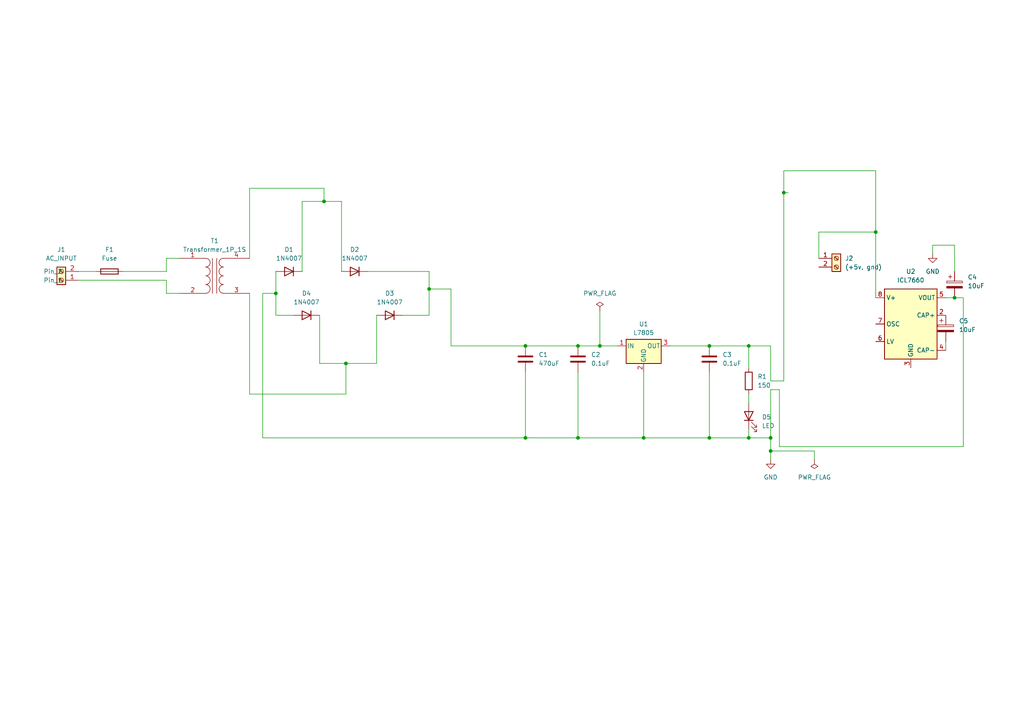
<source format=kicad_sch>
(kicad_sch (version 20250114) (generator "eeschema") (generator_version "9.0")
  (paper "A4")
  (lib_symbols
    (symbol "+3.7v:GND" (power) (pin_numbers (hide yes)) (pin_names (offset 0) (hide yes))
      (property "Value" "GND" (at 0 -3.81 0))
      (symbol "GND_0_1"
        (polyline (pts (xy 0 0) (xy 0 -1.27) (xy 1.27 -1.27) (xy 0 -2.54) (xy -1.27 -1.27) (xy 0 -1.27)))
      )
      (symbol "GND_1_1"
        (pin power_in line (at 0 0 270) (length 0) (name "~") (number "1"))
      )
    )
    (symbol "Connector:Screw_Terminal_01x02" (pin_names (offset 1.016) (hide yes))
      (property "Reference" "J" (at 0 2.54 0))
      (property "Value" "Screw_Terminal_01x02" (at 0 -5.08 0))
      (symbol "Screw_Terminal_01x02_1_1"
        (rectangle (start -1.27 1.27) (end 1.27 -3.81) (stroke (width 0.254)) (fill (type background)))
        (polyline (pts (xy -0.5334 0.3302) (xy 0.3302 -0.508)) (stroke (width 0.1524)))
        (polyline (pts (xy -0.5334 -2.2098) (xy 0.3302 -3.048)) (stroke (width 0.1524)))
        (polyline (pts (xy -0.3556 0.508) (xy 0.508 -0.3302)) (stroke (width 0.1524)))
        (polyline (pts (xy -0.3556 -2.032) (xy 0.508 -2.8702)) (stroke (width 0.1524)))
        (circle (center 0 0) (radius 0.635) (stroke (width 0.1524)))
        (circle (center 0 -2.54) (radius 0.635) (stroke (width 0.1524)))
        (pin passive line (at -5.08 0 0) (length 3.81) (name "Pin_1") (number "1"))
        (pin passive line (at -5.08 -2.54 0) (length 3.81) (name "Pin_2") (number "2"))
      )
    )
    (symbol "Device:C" (pin_numbers (hide yes)) (pin_names (offset 0.254))
      (property "Reference" "C" (at 0.635 2.54 0))
      (property "Value" "C" (at 0.635 -2.54 0))
      (symbol "C_0_1"
        (polyline (pts (xy -2.032 0.762) (xy 2.032 0.762)) (stroke (width 0.508)))
        (polyline (pts (xy -2.032 -0.762) (xy 2.032 -0.762)) (stroke (width 0.508)))
      )
      (symbol "C_1_1"
        (pin passive line (at 0 3.81 270) (length 2.794) (name "~") (number "1"))
        (pin passive line (at 0 -3.81 90) (length 2.794) (name "~") (number "2"))
      )
    )
    (symbol "Device:C_Polarized" (pin_numbers (hide yes)) (pin_names (offset 0.254))
      (property "Reference" "C" (at 0.635 2.54 0))
      (property "Value" "C_Polarized" (at 0.635 -2.54 0))
      (symbol "C_Polarized_0_1"
        (rectangle (start -2.286 0.508) (end 2.286 1.016))
        (polyline (pts (xy -1.778 2.286) (xy -0.762 2.286)))
        (polyline (pts (xy -1.27 2.794) (xy -1.27 1.778)))
        (rectangle (start 2.286 -0.508) (end -2.286 -1.016) (fill (type outline)))
      )
      (symbol "C_Polarized_1_1"
        (pin passive line (at 0 3.81 270) (length 2.794) (name "~") (number "1"))
        (pin passive line (at 0 -3.81 90) (length 2.794) (name "~") (number "2"))
      )
    )
    (symbol "Device:Fuse" (pin_numbers (hide yes)) (pin_names (offset 0))
      (property "Reference" "F" (at 2.032 0 90))
      (property "Value" "Fuse" (at -1.905 0 90))
      (symbol "Fuse_0_1"
        (rectangle (start -0.762 -2.54) (end 0.762 2.54) (stroke (width 0.254)))
        (polyline (pts (xy 0 2.54) (xy 0 -2.54)))
      )
      (symbol "Fuse_1_1"
        (pin passive line (at 0 3.81 270) (length 1.27) (name "~") (number "1"))
        (pin passive line (at 0 -3.81 90) (length 1.27) (name "~") (number "2"))
      )
    )
    (symbol "Device:LED" (pin_numbers (hide yes)) (pin_names (offset 1.016) (hide yes))
      (property "Reference" "D" (at 0 2.54 0))
      (property "Value" "LED" (at 0 -2.54 0))
      (symbol "LED_0_1"
        (polyline (pts (xy -3.048 -0.762) (xy -4.572 -2.286) (xy -3.81 -2.286) (xy -4.572 -2.286) (xy -4.572 -1.524)))
        (polyline (pts (xy -1.778 -0.762) (xy -3.302 -2.286) (xy -2.54 -2.286) (xy -3.302 -2.286) (xy -3.302 -1.524)))
        (polyline (pts (xy -1.27 0) (xy 1.27 0)))
        (polyline (pts (xy -1.27 -1.27) (xy -1.27 1.27)) (stroke (width 0.254)))
        (polyline (pts (xy 1.27 -1.27) (xy 1.27 1.27) (xy -1.27 0) (xy 1.27 -1.27)) (stroke (width 0.254)))
      )
      (symbol "LED_1_1"
        (pin passive line (at -3.81 0 0) (length 2.54) (name "K") (number "1"))
        (pin passive line (at 3.81 0 180) (length 2.54) (name "A") (number "2"))
      )
    )
    (symbol "Device:R" (pin_numbers (hide yes)) (pin_names (offset 0))
      (property "Reference" "R" (at 2.032 0 90))
      (property "Value" "R" (at 0 0 90))
      (symbol "R_0_1"
        (rectangle (start -1.016 -2.54) (end 1.016 2.54) (stroke (width 0.254)))
      )
      (symbol "R_1_1"
        (pin passive line (at 0 3.81 270) (length 1.27) (name "~") (number "1"))
        (pin passive line (at 0 -3.81 90) (length 1.27) (name "~") (number "2"))
      )
    )
    (symbol "Device:Transformer_1P_1S" (pin_names (offset 1.016) (hide yes))
      (property "Reference" "T" (at 0 6.35 0))
      (property "Value" "Transformer_1P_1S" (at 0 -7.62 0))
      (symbol "Transformer_1P_1S_0_1"
        (arc (start -1.27 3.81) (mid -1.656 2.9336) (end -2.54 2.5654))
        (arc (start -1.27 1.27) (mid -1.656 0.3936) (end -2.54 0.0254))
        (arc (start -1.27 -1.27) (mid -1.656 -2.1464) (end -2.54 -2.5146))
        (arc (start -1.27 -3.81) (mid -1.656 -4.6864) (end -2.54 -5.0546))
        (arc (start -2.54 5.08) (mid -1.642 4.708) (end -1.27 3.81))
        (arc (start -2.54 2.54) (mid -1.642 2.168) (end -1.27 1.27))
        (arc (start -2.54 0) (mid -1.642 -0.372) (end -1.27 -1.27))
        (arc (start -2.54 -2.54) (mid -1.642 -2.912) (end -1.27 -3.81))
        (polyline (pts (xy -0.635 5.08) (xy -0.635 -5.08)))
        (polyline (pts (xy 0.635 -5.08) (xy 0.635 5.08)))
        (arc (start 1.2954 3.81) (mid 1.6457 4.7117) (end 2.54 5.08))
        (arc (start 1.2954 1.27) (mid 1.6457 2.1717) (end 2.54 2.54))
        (arc (start 1.2954 -1.27) (mid 1.6457 -0.3683) (end 2.54 0))
        (arc (start 2.54 2.5654) (mid 1.6599 2.9299) (end 1.2954 3.81))
        (arc (start 2.54 0.0254) (mid 1.6599 0.3899) (end 1.2954 1.27))
        (arc (start 2.54 -2.5146) (mid 1.6599 -2.1501) (end 1.2954 -1.27))
        (arc (start 1.3208 -3.81) (mid 1.6711 -2.9085) (end 2.5654 -2.54))
        (arc (start 2.5654 -5.0546) (mid 1.6851 -4.6902) (end 1.3208 -3.81))
      )
      (symbol "Transformer_1P_1S_1_1"
        (pin passive line (at -10.16 5.08 0) (length 7.62) (name "AA") (number "1"))
        (pin passive line (at -10.16 -5.08 0) (length 7.62) (name "AB") (number "2"))
        (pin passive line (at 10.16 5.08 180) (length 7.62) (name "SB") (number "4"))
        (pin passive line (at 10.16 -5.08 180) (length 7.62) (name "SA") (number "3"))
      )
    )
    (symbol "Diode:1N4007" (pin_numbers (hide yes)) (pin_names (hide yes))
      (property "Reference" "D" (at 0 2.54 0))
      (property "Value" "1N4007" (at 0 -2.54 0))
      (symbol "1N4007_0_1"
        (polyline (pts (xy -1.27 1.27) (xy -1.27 -1.27)) (stroke (width 0.254)))
        (polyline (pts (xy 1.27 1.27) (xy 1.27 -1.27) (xy -1.27 0) (xy 1.27 1.27)) (stroke (width 0.254)))
        (polyline (pts (xy 1.27 0) (xy -1.27 0)))
      )
      (symbol "1N4007_1_1"
        (pin passive line (at -3.81 0 0) (length 2.54) (name "K") (number "1"))
        (pin passive line (at 3.81 0 180) (length 2.54) (name "A") (number "2"))
      )
    )
    (symbol "Regulator_Linear:L7805" (pin_names (offset 0.254))
      (property "Reference" "U" (at -3.81 3.175 0))
      (property "Value" "L7805" (at 0 3.175 0))
      (symbol "L7805_0_1"
        (rectangle (start -5.08 1.905) (end 5.08 -5.08) (stroke (width 0.254)) (fill (type background)))
      )
      (symbol "L7805_1_1"
        (pin power_in line (at -7.62 0 0) (length 2.54) (name "IN") (number "1"))
        (pin power_in line (at 0 -7.62 90) (length 2.54) (name "GND") (number "2"))
        (pin power_out line (at 7.62 0 180) (length 2.54) (name "OUT") (number "3"))
      )
    )
    (symbol "Regulator_SwitchedCapacitor:ICL7660"
      (property "Reference" "U" (at -6.35 11.43 0))
      (property "Value" "ICL7660" (at 3.81 11.43 0))
      (symbol "ICL7660_0_1"
        (rectangle (start -7.62 10.16) (end 7.62 -10.16) (stroke (width 0.254)) (fill (type background)))
      )
      (symbol "ICL7660_1_1"
        (pin power_in line (at -10.16 7.62 0) (length 2.54) (name "V+") (number "8"))
        (pin input line (at -10.16 0 0) (length 2.54) (name "OSC") (number "7"))
        (pin input line (at -10.16 -5.08 0) (length 2.54) (name "LV") (number "6"))
        (pin no_connect line (at -7.62 5.08 0) (length 2.54) (hide yes) (name "NC") (number "1"))
        (pin power_in line (at 0 -12.7 90) (length 2.54) (name "GND") (number "3"))
        (pin power_out line (at 10.16 7.62 180) (length 2.54) (name "VOUT") (number "5"))
        (pin input line (at 10.16 2.54 180) (length 2.54) (name "CAP+") (number "2"))
        (pin input line (at 10.16 -7.62 180) (length 2.54) (name "CAP-") (number "4"))
      )
    )
    (symbol "Screw_Terminal_01x02_1" (pin_names (offset 1.016))
      (property "Reference" "J" (at 0 2.54 0))
      (property "Value" "Screw_Terminal_01x02" (at 0 -5.08 0))
      (symbol "Screw_Terminal_01x02_1_1_1"
        (rectangle (start -1.27 1.27) (end 1.27 -3.81) (stroke (width 0.254)) (fill (type background)))
        (polyline (pts (xy -0.5334 0.3302) (xy 0.3302 -0.508)) (stroke (width 0.1524)))
        (polyline (pts (xy -0.5334 -2.2098) (xy 0.3302 -3.048)) (stroke (width 0.1524)))
        (polyline (pts (xy -0.3556 0.508) (xy 0.508 -0.3302)) (stroke (width 0.1524)))
        (polyline (pts (xy -0.3556 -2.032) (xy 0.508 -2.8702)) (stroke (width 0.1524)))
        (circle (center 0 0) (radius 0.635) (stroke (width 0.1524)))
        (circle (center 0 -2.54) (radius 0.635) (stroke (width 0.1524)))
        (pin passive line (at -5.08 0 0) (length 3.81) (name "Pin_1") (number "1"))
        (pin passive line (at -5.08 -2.54 0) (length 3.81) (name "Pin_2") (number "2"))
      )
    )
    (symbol "power:GND" (power) (pin_numbers (hide yes)) (pin_names (offset 0) (hide yes))
      (property "Value" "GND" (at 0 -3.81 0))
      (symbol "GND_0_1"
        (polyline (pts (xy 0 0) (xy 0 -1.27) (xy 1.27 -1.27) (xy 0 -2.54) (xy -1.27 -1.27) (xy 0 -1.27)))
      )
      (symbol "GND_1_1"
        (pin power_in line (at 0 0 270) (length 0) (name "~") (number "1"))
      )
    )
    (symbol "power:PWR_FLAG" (power) (pin_numbers (hide yes)) (pin_names (offset 0) (hide yes))
      (property "Value" "PWR_FLAG" (at 0 3.81 0))
      (symbol "PWR_FLAG_0_0"
        (pin power_out line (at 0 0 90) (length 0) (name "~") (number "1"))
      )
      (symbol "PWR_FLAG_0_1"
        (polyline (pts (xy 0 0) (xy 0 1.27) (xy -1.016 1.905) (xy 0 2.54) (xy 1.016 1.905) (xy 0 1.27)))
      )
    )
  )
  (junction (at 205.74 127))
  (junction (at 217.17 127))
  (junction (at 167.64 100.33))
  (junction (at 93.98 58.42))
  (junction (at 223.52 130.81))
  (junction (at 223.52 127))
  (junction (at 167.64 127))
  (junction (at 152.4 127))
  (junction (at 80.01 85.09))
  (junction (at 186.69 127))
  (junction (at 227.33 55.88))
  (junction (at 152.4 100.33))
  (junction (at 124.46 83.82))
  (junction (at 100.33 105.41))
  (junction (at 205.74 100.33))
  (junction (at 217.17 100.33))
  (junction (at 173.99 100.33))
  (junction (at 254 67.31))
  (junction (at 276.86 86.36))
  (wire (pts (xy 173.99 90.17) (xy 173.99 100.33)))
  (wire (pts (xy 223.52 127) (xy 223.52 130.81)))
  (wire (pts (xy 72.39 85.09) (xy 72.39 114.3)))
  (wire (pts (xy 109.22 105.41) (xy 100.33 105.41)))
  (wire (pts (xy 186.69 127) (xy 205.74 127)))
  (wire (pts (xy 99.06 78.74) (xy 99.06 58.42)))
  (wire (pts (xy 48.26 85.09) (xy 52.07 85.09)))
  (wire (pts (xy 226.06 113.03) (xy 226.06 129.54)))
  (wire (pts (xy 279.4 129.54) (xy 279.4 86.36)))
  (wire (pts (xy 92.71 91.44) (xy 92.71 105.41)))
  (wire (pts (xy 99.06 58.42) (xy 93.98 58.42)))
  (wire (pts (xy 130.81 83.82) (xy 130.81 100.33)))
  (wire (pts (xy 227.33 55.88) (xy 227.33 110.49)))
  (wire (pts (xy 205.74 107.95) (xy 205.74 127)))
  (wire (pts (xy 93.98 54.61) (xy 93.98 58.42)))
  (wire (pts (xy 167.64 127) (xy 186.69 127)))
  (wire (pts (xy 130.81 100.33) (xy 152.4 100.33)))
  (wire (pts (xy 227.33 49.53) (xy 227.33 55.88)))
  (wire (pts (xy 217.17 100.33) (xy 205.74 100.33)))
  (wire (pts (xy 48.26 74.93) (xy 52.07 74.93)))
  (wire (pts (xy 167.64 107.95) (xy 167.64 127)))
  (wire (pts (xy 236.22 130.81) (xy 223.52 130.81)))
  (wire (pts (xy 186.69 107.95) (xy 186.69 127)))
  (wire (pts (xy 254 67.31) (xy 254 49.53)))
  (wire (pts (xy 228.6 55.88) (xy 227.33 55.88)))
  (wire (pts (xy 72.39 114.3) (xy 100.33 114.3)))
  (wire (pts (xy 274.32 99.06) (xy 274.32 101.6)))
  (wire (pts (xy 254 49.53) (xy 227.33 49.53)))
  (wire (pts (xy 237.49 67.31) (xy 254 67.31)))
  (wire (pts (xy 124.46 83.82) (xy 124.46 91.44)))
  (wire (pts (xy 87.63 58.42) (xy 87.63 78.74)))
  (wire (pts (xy 276.86 78.74) (xy 276.86 71.12)))
  (wire (pts (xy 254 86.36) (xy 254 67.31)))
  (wire (pts (xy 35.56 78.74) (xy 48.26 78.74)))
  (wire (pts (xy 106.68 78.74) (xy 124.46 78.74)))
  (wire (pts (xy 223.52 113.03) (xy 226.06 113.03)))
  (wire (pts (xy 223.52 113.03) (xy 223.52 127)))
  (wire (pts (xy 217.17 124.46) (xy 217.17 127)))
  (wire (pts (xy 48.26 81.28) (xy 48.26 85.09)))
  (wire (pts (xy 236.22 133.35) (xy 236.22 130.81)))
  (wire (pts (xy 124.46 91.44) (xy 116.84 91.44)))
  (wire (pts (xy 93.98 58.42) (xy 87.63 58.42)))
  (wire (pts (xy 152.4 107.95) (xy 152.4 127)))
  (wire (pts (xy 274.32 86.36) (xy 276.86 86.36)))
  (wire (pts (xy 217.17 114.3) (xy 217.17 116.84)))
  (wire (pts (xy 80.01 85.09) (xy 76.2 85.09)))
  (wire (pts (xy 173.99 100.33) (xy 179.07 100.33)))
  (wire (pts (xy 152.4 100.33) (xy 167.64 100.33)))
  (wire (pts (xy 223.52 100.33) (xy 217.17 100.33)))
  (wire (pts (xy 194.31 100.33) (xy 205.74 100.33)))
  (wire (pts (xy 80.01 91.44) (xy 85.09 91.44)))
  (wire (pts (xy 48.26 78.74) (xy 48.26 74.93)))
  (wire (pts (xy 80.01 78.74) (xy 80.01 85.09)))
  (wire (pts (xy 124.46 78.74) (xy 124.46 83.82)))
  (wire (pts (xy 152.4 127) (xy 167.64 127)))
  (wire (pts (xy 205.74 127) (xy 217.17 127)))
  (wire (pts (xy 80.01 85.09) (xy 80.01 91.44)))
  (wire (pts (xy 223.52 110.49) (xy 223.52 100.33)))
  (wire (pts (xy 270.51 71.12) (xy 270.51 73.66)))
  (wire (pts (xy 124.46 83.82) (xy 130.81 83.82)))
  (wire (pts (xy 227.33 110.49) (xy 223.52 110.49)))
  (wire (pts (xy 276.86 71.12) (xy 270.51 71.12)))
  (wire (pts (xy 22.86 81.28) (xy 48.26 81.28)))
  (wire (pts (xy 217.17 127) (xy 223.52 127)))
  (wire (pts (xy 109.22 91.44) (xy 109.22 105.41)))
  (wire (pts (xy 72.39 74.93) (xy 72.39 54.61)))
  (wire (pts (xy 167.64 100.33) (xy 173.99 100.33)))
  (wire (pts (xy 76.2 85.09) (xy 76.2 127)))
  (wire (pts (xy 223.52 130.81) (xy 223.52 133.35)))
  (wire (pts (xy 76.2 127) (xy 152.4 127)))
  (wire (pts (xy 237.49 74.93) (xy 237.49 67.31)))
  (wire (pts (xy 276.86 86.36) (xy 279.4 86.36)))
  (wire (pts (xy 100.33 114.3) (xy 100.33 105.41)))
  (wire (pts (xy 100.33 105.41) (xy 92.71 105.41)))
  (wire (pts (xy 72.39 54.61) (xy 93.98 54.61)))
  (wire (pts (xy 22.86 78.74) (xy 27.94 78.74)))
  (wire (pts (xy 217.17 100.33) (xy 217.17 106.68)))
  (wire (pts (xy 226.06 129.54) (xy 279.4 129.54)))
  (symbol (lib_id "Regulator_SwitchedCapacitor:ICL7660") (at 264.16 93.98 0) (unit 1)
    (property "Reference" "U2" (at 264.16 78.74 0))
    (property "Value" "ICL7660" (at 264.16 81.28 0))
    (property "Datasheet" "http://datasheets.maximintegrated.com/en/ds/ICL7660-MAX1044.pdf" (effects (hide yes)))
    (property "Description" "Switched-Capacitor Voltage Converter, 1.5V to 10.0V operating supply voltage, 10mA with a 0.5V output drop, SO-8/DIP-8/µMAX-8/TO-99" (effects (hide yes)))
  )
  (symbol (lib_id "Device:LED") (at 217.17 120.65 90) (unit 1)
    (property "Reference" "D5" (at 220.98 120.9674 90) (effects (justify right)))
    (property "Value" "LED" (at 220.98 123.5074 90) (effects (justify right)))
    (property "Footprint" "LED_THT:LED_D3.0mm" (effects (hide yes)))
    (property "Description" "Light emitting diode" (effects (hide yes)))
    (property "Sim.Pins" "1=K 2=A" (effects (hide yes)))
  )
  (symbol (lib_id "Device:C") (at 152.4 104.14 0) (unit 1)
    (property "Reference" "C1" (at 156.21 102.8699 0) (effects (justify left)))
    (property "Value" "470uF" (at 156.21 105.4099 0) (effects (justify left)))
    (property "Footprint" "Capacitor_THT:CP_Radial_D6.3mm_P2.50mm" (effects (hide yes)))
    (property "Description" "Unpolarized capacitor" (effects (hide yes)))
  )
  (symbol (lib_id "power:PWR_FLAG") (at 173.99 90.17 0) (unit 1)
    (property "Reference" "#FLG01" (effects (hide yes)))
    (property "Value" "PWR_FLAG" (at 173.99 85.09 0))
    (property "Description" "Special symbol for telling ERC where power comes from" (effects (hide yes)))
  )
  (symbol (lib_id "Device:R") (at 217.17 110.49 0) (unit 1)
    (property "Reference" "R1" (at 219.71 109.2199 0) (effects (justify left)))
    (property "Value" "150" (at 219.71 111.7599 0) (effects (justify left)))
    (property "Footprint" "Resistor_THT:R_Axial_DIN0204_L3.6mm_D1.6mm_P1.90mm_Vertical" (effects (hide yes)))
    (property "Description" "Resistor" (effects (hide yes)))
  )
  (symbol (lib_id "Device:C_Polarized") (at 274.32 95.25 0) (unit 1)
    (property "Reference" "C5" (at 278.13 93.0909 0) (effects (justify left)))
    (property "Value" "10uF" (at 278.13 95.6309 0) (effects (justify left)))
    (property "Description" "Polarized capacitor" (effects (hide yes)))
  )
  (symbol (lib_id "Connector:Screw_Terminal_01x02") (at 242.57 74.93 0) (unit 1)
    (property "Reference" "J2" (at 245.11 74.9299 0) (effects (justify left)))
    (property "Value" "(+5v, gnd)" (at 245.11 77.4699 0) (effects (justify left)))
    (property "Footprint" "TerminalBlock:TerminalBlock_MaiXu_MX126-5.0-02P_1x02_P5.00mm" (effects (hide yes)))
    (property "Description" "Generic screw terminal, single row, 01x02, script generated (kicad-library-utils/schlib/autogen/connector/)" (effects (hide yes)))
  )
  (symbol (lib_id "Device:Transformer_1P_1S") (at 62.23 80.01 0) (unit 1)
    (property "Reference" "T1" (at 62.2427 69.85 0))
    (property "Value" "Transformer_1P_1S" (at 62.2427 72.39 0))
    (property "Footprint" "Transformer_THT:Transformer_CHK_EI30-2VA_1xSec" (effects (hide yes)))
    (property "Description" "Transformer, single primary, single secondary" (effects (hide yes)))
  )
  (symbol (lib_id "Diode:1N4007") (at 102.87 78.74 180) (unit 1)
    (property "Reference" "D2" (at 102.87 72.39 0))
    (property "Value" "1N4007" (at 102.87 74.93 0))
    (property "Footprint" "Diode_THT:D_DO-41_SOD81_P10.16mm_Horizontal" (effects (hide yes)))
    (property "Datasheet" "http://www.vishay.com/docs/88503/1n4001.pdf" (effects (hide yes)))
    (property "Description" "1000V 1A General Purpose Rectifier Diode, DO-41" (effects (hide yes)))
    (property "Sim.Device" "D" (effects (hide yes)))
    (property "Sim.Pins" "1=K 2=A" (effects (hide yes)))
  )
  (symbol (lib_id "power:PWR_FLAG") (at 236.22 133.35 180) (unit 1)
    (property "Reference" "#FLG02" (effects (hide yes)))
    (property "Value" "PWR_FLAG" (at 236.22 138.43 0))
    (property "Description" "Special symbol for telling ERC where power comes from" (effects (hide yes)))
  )
  (symbol (lib_id "+3.7v:GND") (at 223.52 133.35 0) (unit 1)
    (property "Reference" "#PWR01" (effects (hide yes)))
    (property "Value" "GND" (at 223.52 138.43 0))
    (property "Description" "Power symbol creates a global label with name \"GND\" , ground" (effects (hide yes)))
  )
  (symbol (lib_name "Screw_Terminal_01x02_1") (lib_id "Connector:Screw_Terminal_01x02") (at 17.78 81.28 180) (unit 1)
    (property "Reference" "J1" (at 17.78 72.39 0))
    (property "Value" "AC_INPUT" (at 17.78 74.93 0))
    (property "Footprint" "TerminalBlock:TerminalBlock_MaiXu_MX126-5.0-02P_1x02_P5.00mm" (effects (hide yes)))
    (property "Description" "Generic screw terminal, single row, 01x02, script generated (kicad-library-utils/schlib/autogen/connector/)" (effects (hide yes)))
  )
  (symbol (lib_id "Regulator_Linear:L7805") (at 186.69 100.33 0) (unit 1)
    (property "Reference" "U1" (at 186.69 93.98 0))
    (property "Value" "L7805" (at 186.69 96.52 0))
    (property "Footprint" "Package_TO_SOT_THT:TO-220-3_Vertical" (effects (hide yes)))
    (property "Datasheet" "http://www.st.com/content/ccc/resource/technical/document/datasheet/41/4f/b3/b0/12/d4/47/88/CD00000444.pdf/files/CD00000444.pdf/jcr:content/translations/en.CD00000444.pdf" (effects (hide yes)))
    (property "Description" "Positive 1.5A 35V Linear Regulator, Fixed Output 5V, TO-220/TO-263/TO-252" (effects (hide yes)))
  )
  (symbol (lib_id "Device:C") (at 205.74 104.14 0) (unit 1)
    (property "Reference" "C3" (at 209.55 102.8699 0) (effects (justify left)))
    (property "Value" "0.1uF" (at 209.55 105.4099 0) (effects (justify left)))
    (property "Footprint" "Capacitor_THT:CP_Radial_D6.3mm_P2.50mm" (effects (hide yes)))
    (property "Description" "Unpolarized capacitor" (effects (hide yes)))
  )
  (symbol (lib_id "Device:Fuse") (at 31.75 78.74 90) (unit 1)
    (property "Reference" "F1" (at 31.75 72.39 90))
    (property "Value" "Fuse" (at 31.75 74.93 90))
    (property "Footprint" "Fuse:Fuseholder_Cylinder-5x20mm_Bulgin_FX0457_Horizontal_Closed" (effects (hide yes)))
    (property "Description" "Fuse" (effects (hide yes)))
  )
  (symbol (lib_id "Diode:1N4007") (at 88.9 91.44 180) (unit 1)
    (property "Reference" "D4" (at 88.9 85.09 0))
    (property "Value" "1N4007" (at 88.9 87.63 0))
    (property "Footprint" "Diode_THT:D_DO-41_SOD81_P10.16mm_Horizontal" (effects (hide yes)))
    (property "Datasheet" "http://www.vishay.com/docs/88503/1n4001.pdf" (effects (hide yes)))
    (property "Description" "1000V 1A General Purpose Rectifier Diode, DO-41" (effects (hide yes)))
    (property "Sim.Device" "D" (effects (hide yes)))
    (property "Sim.Pins" "1=K 2=A" (effects (hide yes)))
  )
  (symbol (lib_id "Diode:1N4007") (at 83.82 78.74 180) (unit 1)
    (property "Reference" "D1" (at 83.82 72.39 0))
    (property "Value" "1N4007" (at 83.82 74.93 0))
    (property "Footprint" "Diode_THT:D_DO-41_SOD81_P10.16mm_Horizontal" (effects (hide yes)))
    (property "Datasheet" "http://www.vishay.com/docs/88503/1n4001.pdf" (effects (hide yes)))
    (property "Description" "1000V 1A General Purpose Rectifier Diode, DO-41" (effects (hide yes)))
    (property "Sim.Device" "D" (effects (hide yes)))
    (property "Sim.Pins" "1=K 2=A" (effects (hide yes)))
  )
  (symbol (lib_id "Diode:1N4007") (at 113.03 91.44 180) (unit 1)
    (property "Reference" "D3" (at 113.03 85.09 0))
    (property "Value" "1N4007" (at 113.03 87.63 0))
    (property "Footprint" "Diode_THT:D_DO-41_SOD81_P10.16mm_Horizontal" (effects (hide yes)))
    (property "Datasheet" "http://www.vishay.com/docs/88503/1n4001.pdf" (effects (hide yes)))
    (property "Description" "1000V 1A General Purpose Rectifier Diode, DO-41" (effects (hide yes)))
    (property "Sim.Device" "D" (effects (hide yes)))
    (property "Sim.Pins" "1=K 2=A" (effects (hide yes)))
  )
  (symbol (lib_id "power:GND") (at 270.51 73.66 0) (unit 1)
    (property "Reference" "#PWR02" (effects (hide yes)))
    (property "Value" "GND" (at 270.51 78.74 0))
    (property "Description" "Power symbol creates a global label with name \"GND\" , ground" (effects (hide yes)))
  )
  (symbol (lib_id "Device:C") (at 167.64 104.14 0) (unit 1)
    (property "Reference" "C2" (at 171.45 102.8699 0) (effects (justify left)))
    (property "Value" "0.1uF" (at 171.45 105.4099 0) (effects (justify left)))
    (property "Footprint" "Capacitor_THT:CP_Radial_D6.3mm_P2.50mm" (effects (hide yes)))
    (property "Description" "Unpolarized capacitor" (effects (hide yes)))
  )
  (symbol (lib_id "Device:C_Polarized") (at 276.86 82.55 0) (unit 1)
    (property "Reference" "C4" (at 280.67 80.3909 0) (effects (justify left)))
    (property "Value" "10uF" (at 280.67 82.9309 0) (effects (justify left)))
    (property "Description" "Polarized capacitor" (effects (hide yes)))
  )
)
</source>
